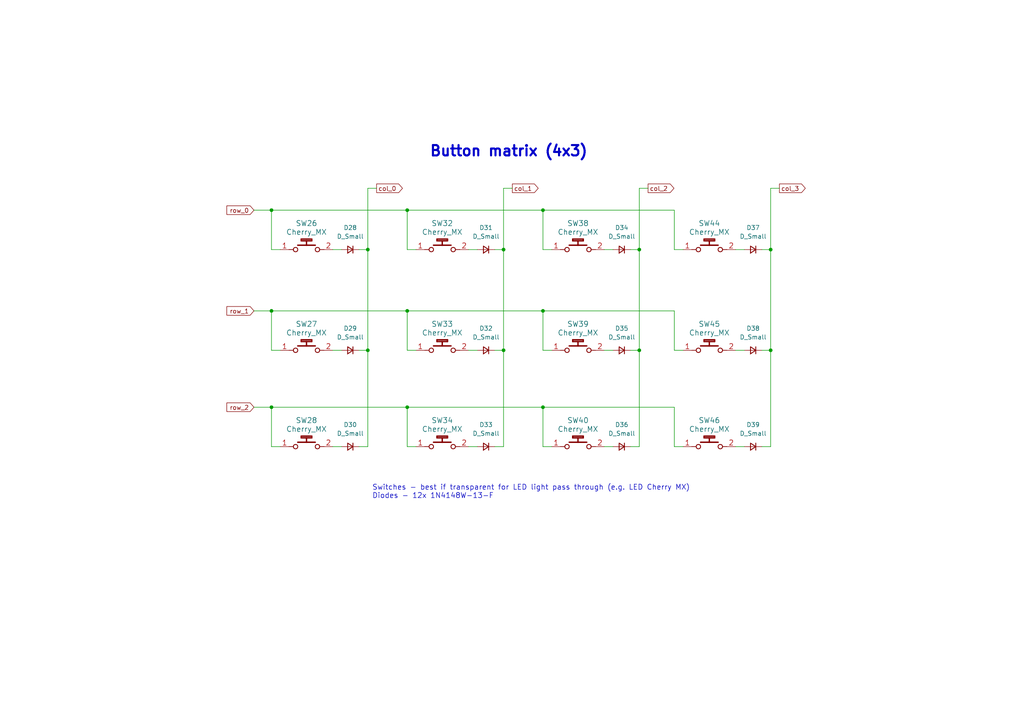
<source format=kicad_sch>
(kicad_sch (version 20230121) (generator eeschema)

  (uuid 1ce510f6-de24-4e97-88e6-3df71e875f88)

  (paper "A4")

  (title_block
    (title "Keypad board")
    (date "2023-11-15")
    (rev "1.1")
  )

  (lib_symbols
    (symbol "Cherry_MX_1" (pin_names (offset -1.905)) (in_bom yes) (on_board yes)
      (property "Reference" "SW33" (at 7.62 7.62 0)
        (effects (font (size 1.524 1.524)))
      )
      (property "Value" "Cherry_MX" (at 7.62 5.08 0)
        (effects (font (size 1.524 1.524)))
      )
      (property "Footprint" "SW_MX1A-E1NW_CHY" (at 7.62 -4.699 0)
        (effects (font (size 1.524 1.524)) hide)
      )
      (property "Datasheet" "" (at 0 0 0)
        (effects (font (size 1.524 1.524)))
      )
      (property "ki_fp_filters" "SW_MX1A-E1NW_CHY" (at 0 0 0)
        (effects (font (size 1.27 1.27)) hide)
      )
      (symbol "Cherry_MX_1_0_0"
        (polyline
          (pts
            (xy 5.08 1.27)
            (xy 7.62 1.27)
          )
          (stroke (width 0.4064) (type default))
          (fill (type none))
        )
        (polyline
          (pts
            (xy 6.096 2.54)
            (xy 6.096 3.048)
          )
          (stroke (width 0.4064) (type default))
          (fill (type none))
        )
        (polyline
          (pts
            (xy 6.096 3.048)
            (xy 9.144 3.048)
          )
          (stroke (width 0.4064) (type default))
          (fill (type none))
        )
        (polyline
          (pts
            (xy 7.62 1.27)
            (xy 7.62 2.54)
          )
          (stroke (width 0.4064) (type default))
          (fill (type none))
        )
        (polyline
          (pts
            (xy 7.62 2.54)
            (xy 6.096 2.54)
          )
          (stroke (width 0.4064) (type default))
          (fill (type none))
        )
        (polyline
          (pts
            (xy 9.144 2.54)
            (xy 7.874 2.54)
          )
          (stroke (width 0.4064) (type default))
          (fill (type none))
        )
        (polyline
          (pts
            (xy 9.144 3.048)
            (xy 9.144 2.54)
          )
          (stroke (width 0.4064) (type default))
          (fill (type none))
        )
        (polyline
          (pts
            (xy 10.16 1.27)
            (xy 7.62 1.27)
          )
          (stroke (width 0.4064) (type default))
          (fill (type none))
        )
      )
      (symbol "Cherry_MX_1_1_1"
        (polyline
          (pts
            (xy 2.54 0)
            (xy 3.81 0)
          )
          (stroke (width 0.2032) (type default))
          (fill (type none))
        )
        (polyline
          (pts
            (xy 12.7 0)
            (xy 11.43 0)
          )
          (stroke (width 0.2032) (type default))
          (fill (type none))
        )
        (circle (center 4.445 0) (radius 0.635)
          (stroke (width 0.254) (type default))
          (fill (type none))
        )
        (circle (center 10.795 0) (radius 0.635)
          (stroke (width 0.254) (type default))
          (fill (type none))
        )
        (pin passive line (at 0 0 0) (length 2.54)
          (name "" (effects (font (size 1.4986 1.4986))))
          (number "1" (effects (font (size 1.4986 1.4986))))
        )
        (pin passive line (at 15.24 0 180) (length 2.54)
          (name "" (effects (font (size 1.4986 1.4986))))
          (number "2" (effects (font (size 1.4986 1.4986))))
        )
      )
    )
    (symbol "Device:D_Small" (pin_numbers hide) (pin_names (offset 0.254) hide) (in_bom yes) (on_board yes)
      (property "Reference" "D" (at -1.27 2.032 0)
        (effects (font (size 1.27 1.27)) (justify left))
      )
      (property "Value" "D_Small" (at -3.81 -2.032 0)
        (effects (font (size 1.27 1.27)) (justify left))
      )
      (property "Footprint" "" (at 0 0 90)
        (effects (font (size 1.27 1.27)) hide)
      )
      (property "Datasheet" "~" (at 0 0 90)
        (effects (font (size 1.27 1.27)) hide)
      )
      (property "Sim.Device" "D" (at 0 0 0)
        (effects (font (size 1.27 1.27)) hide)
      )
      (property "Sim.Pins" "1=K 2=A" (at 0 0 0)
        (effects (font (size 1.27 1.27)) hide)
      )
      (property "ki_keywords" "diode" (at 0 0 0)
        (effects (font (size 1.27 1.27)) hide)
      )
      (property "ki_description" "Diode, small symbol" (at 0 0 0)
        (effects (font (size 1.27 1.27)) hide)
      )
      (property "ki_fp_filters" "TO-???* *_Diode_* *SingleDiode* D_*" (at 0 0 0)
        (effects (font (size 1.27 1.27)) hide)
      )
      (symbol "D_Small_0_1"
        (polyline
          (pts
            (xy -0.762 -1.016)
            (xy -0.762 1.016)
          )
          (stroke (width 0.254) (type default))
          (fill (type none))
        )
        (polyline
          (pts
            (xy -0.762 0)
            (xy 0.762 0)
          )
          (stroke (width 0) (type default))
          (fill (type none))
        )
        (polyline
          (pts
            (xy 0.762 -1.016)
            (xy -0.762 0)
            (xy 0.762 1.016)
            (xy 0.762 -1.016)
          )
          (stroke (width 0.254) (type default))
          (fill (type none))
        )
      )
      (symbol "D_Small_1_1"
        (pin passive line (at -2.54 0 0) (length 1.778)
          (name "K" (effects (font (size 1.27 1.27))))
          (number "1" (effects (font (size 1.27 1.27))))
        )
        (pin passive line (at 2.54 0 180) (length 1.778)
          (name "A" (effects (font (size 1.27 1.27))))
          (number "2" (effects (font (size 1.27 1.27))))
        )
      )
    )
    (symbol "PUT_RocketLab_misc:Cherry_MX" (pin_names (offset -1.905)) (in_bom yes) (on_board yes)
      (property "Reference" "SW" (at 7.62 5.08 0)
        (effects (font (size 1.524 1.524)))
      )
      (property "Value" "Cherry_MX" (at 7.62 -3.175 0)
        (effects (font (size 1.524 1.524)))
      )
      (property "Footprint" "SW_MX1A-E1NW_CHY" (at 7.62 -4.699 0)
        (effects (font (size 1.524 1.524)) hide)
      )
      (property "Datasheet" "" (at 0 0 0)
        (effects (font (size 1.524 1.524)))
      )
      (property "ki_fp_filters" "SW_MX1A-E1NW_CHY" (at 0 0 0)
        (effects (font (size 1.27 1.27)) hide)
      )
      (symbol "Cherry_MX_0_0"
        (polyline
          (pts
            (xy 5.08 1.27)
            (xy 7.62 1.27)
          )
          (stroke (width 0.4064) (type default))
          (fill (type none))
        )
        (polyline
          (pts
            (xy 6.096 2.54)
            (xy 6.096 3.048)
          )
          (stroke (width 0.4064) (type default))
          (fill (type none))
        )
        (polyline
          (pts
            (xy 6.096 3.048)
            (xy 9.144 3.048)
          )
          (stroke (width 0.4064) (type default))
          (fill (type none))
        )
        (polyline
          (pts
            (xy 7.62 1.27)
            (xy 7.62 2.54)
          )
          (stroke (width 0.4064) (type default))
          (fill (type none))
        )
        (polyline
          (pts
            (xy 7.62 2.54)
            (xy 6.096 2.54)
          )
          (stroke (width 0.4064) (type default))
          (fill (type none))
        )
        (polyline
          (pts
            (xy 9.144 2.54)
            (xy 7.874 2.54)
          )
          (stroke (width 0.4064) (type default))
          (fill (type none))
        )
        (polyline
          (pts
            (xy 9.144 3.048)
            (xy 9.144 2.54)
          )
          (stroke (width 0.4064) (type default))
          (fill (type none))
        )
        (polyline
          (pts
            (xy 10.16 1.27)
            (xy 7.62 1.27)
          )
          (stroke (width 0.4064) (type default))
          (fill (type none))
        )
      )
      (symbol "Cherry_MX_1_1"
        (polyline
          (pts
            (xy 2.54 0)
            (xy 3.81 0)
          )
          (stroke (width 0.2032) (type default))
          (fill (type none))
        )
        (polyline
          (pts
            (xy 12.7 0)
            (xy 11.43 0)
          )
          (stroke (width 0.2032) (type default))
          (fill (type none))
        )
        (circle (center 4.445 0) (radius 0.635)
          (stroke (width 0.254) (type default))
          (fill (type none))
        )
        (circle (center 10.795 0) (radius 0.635)
          (stroke (width 0.254) (type default))
          (fill (type none))
        )
        (pin unspecified line (at 0 0 0) (length 2.54)
          (name "" (effects (font (size 1.4986 1.4986))))
          (number "1" (effects (font (size 1.4986 1.4986))))
        )
        (pin unspecified line (at 15.24 0 180) (length 2.54)
          (name "" (effects (font (size 1.4986 1.4986))))
          (number "2" (effects (font (size 1.4986 1.4986))))
        )
      )
    )
  )

  (junction (at 78.74 118.11) (diameter 0) (color 0 0 0 0)
    (uuid 17eff1ea-cfcc-4da3-b3c2-72f67873d4f8)
  )
  (junction (at 106.68 72.39) (diameter 0) (color 0 0 0 0)
    (uuid 2686f879-5e95-4f4b-af7c-7eeb6851abcf)
  )
  (junction (at 118.11 90.17) (diameter 0) (color 0 0 0 0)
    (uuid 2f255583-1e8a-4e22-915a-fe3e32d7c58b)
  )
  (junction (at 157.48 118.11) (diameter 0) (color 0 0 0 0)
    (uuid 581d3333-1433-4a2d-9e7b-9d9de5f64c0b)
  )
  (junction (at 223.52 72.39) (diameter 0) (color 0 0 0 0)
    (uuid 62711de8-4bff-4d61-a000-c0de149c6ca6)
  )
  (junction (at 118.11 118.11) (diameter 0) (color 0 0 0 0)
    (uuid 85eaca90-f338-4025-b954-4b68b18513f7)
  )
  (junction (at 157.48 90.17) (diameter 0) (color 0 0 0 0)
    (uuid 9f95a8fe-427f-44b6-a0c7-48cd66640ded)
  )
  (junction (at 106.68 101.6) (diameter 0) (color 0 0 0 0)
    (uuid a13668bc-515f-4686-bd95-b480f8196294)
  )
  (junction (at 223.52 101.6) (diameter 0) (color 0 0 0 0)
    (uuid aae5f35d-849b-4938-b7da-aedd94c75a19)
  )
  (junction (at 78.74 90.17) (diameter 0) (color 0 0 0 0)
    (uuid ae32a6f1-f37c-49b2-9fa9-48225a150731)
  )
  (junction (at 146.05 72.39) (diameter 0) (color 0 0 0 0)
    (uuid ae86b218-a211-4f71-bd10-d9698c25892e)
  )
  (junction (at 185.42 101.6) (diameter 0) (color 0 0 0 0)
    (uuid b3c1d684-4ad7-4709-97fb-d48691263f59)
  )
  (junction (at 185.42 72.39) (diameter 0) (color 0 0 0 0)
    (uuid cd1ae4c0-dae5-48d6-abaa-6bbb325fff4c)
  )
  (junction (at 146.05 101.6) (diameter 0) (color 0 0 0 0)
    (uuid d56d716c-ebcb-4f6e-8117-212613e01930)
  )
  (junction (at 78.74 60.96) (diameter 0) (color 0 0 0 0)
    (uuid e0a503f7-c8e1-44a5-ba9b-edb42add35b2)
  )
  (junction (at 118.11 60.96) (diameter 0) (color 0 0 0 0)
    (uuid fd84aba8-6267-460a-8ba6-6febb292628d)
  )
  (junction (at 157.48 60.96) (diameter 0) (color 0 0 0 0)
    (uuid fe7f9b2e-efd7-497b-a427-de82ef11ed81)
  )

  (wire (pts (xy 146.05 101.6) (xy 146.05 129.54))
    (stroke (width 0) (type default))
    (uuid 0235f280-350d-4363-9a41-215fc9bcc260)
  )
  (wire (pts (xy 198.12 72.39) (xy 195.58 72.39))
    (stroke (width 0) (type default))
    (uuid 06823eb4-841b-409c-8344-8d2bed9efb4a)
  )
  (wire (pts (xy 175.26 101.6) (xy 177.8 101.6))
    (stroke (width 0) (type default))
    (uuid 08d38d26-5c6b-4631-abf3-3aaf5993ac30)
  )
  (wire (pts (xy 157.48 72.39) (xy 157.48 60.96))
    (stroke (width 0) (type default))
    (uuid 0caf6434-6eaa-468d-b70c-9c72401555ae)
  )
  (wire (pts (xy 195.58 129.54) (xy 195.58 118.11))
    (stroke (width 0) (type default))
    (uuid 0d2a503f-a18e-447c-86ce-be29307277be)
  )
  (wire (pts (xy 160.02 101.6) (xy 157.48 101.6))
    (stroke (width 0) (type default))
    (uuid 14b979b2-3b23-4d31-97f0-4c898305d77c)
  )
  (wire (pts (xy 175.26 129.54) (xy 177.8 129.54))
    (stroke (width 0) (type default))
    (uuid 199acb95-43f6-47da-8d6e-3bcdd1ae79c1)
  )
  (wire (pts (xy 157.48 118.11) (xy 195.58 118.11))
    (stroke (width 0) (type default))
    (uuid 1a5a3cc9-6f8c-4f98-9cc6-da10328cae09)
  )
  (wire (pts (xy 118.11 60.96) (xy 157.48 60.96))
    (stroke (width 0) (type default))
    (uuid 1cc3488d-9b44-45c2-96b8-8bd5873111e9)
  )
  (wire (pts (xy 185.42 72.39) (xy 182.88 72.39))
    (stroke (width 0) (type default))
    (uuid 1df41e81-84f6-4be4-bedc-9261e603af61)
  )
  (wire (pts (xy 78.74 129.54) (xy 81.28 129.54))
    (stroke (width 0) (type default))
    (uuid 24edeca0-afd2-4cf8-b7e1-0e534c973c55)
  )
  (wire (pts (xy 96.52 72.39) (xy 99.06 72.39))
    (stroke (width 0) (type default))
    (uuid 26296f0a-817c-4dbf-8ff9-5c96a174d2b1)
  )
  (wire (pts (xy 187.96 54.61) (xy 185.42 54.61))
    (stroke (width 0) (type default))
    (uuid 3059fca2-4cf0-4baa-81f1-bf205308062e)
  )
  (wire (pts (xy 118.11 101.6) (xy 118.11 90.17))
    (stroke (width 0) (type default))
    (uuid 3465dd04-b8fc-44be-aeb6-75f23edd210b)
  )
  (wire (pts (xy 78.74 72.39) (xy 81.28 72.39))
    (stroke (width 0) (type default))
    (uuid 34de21c7-fae6-42f1-a8a2-eb8373ce8c43)
  )
  (wire (pts (xy 185.42 101.6) (xy 182.88 101.6))
    (stroke (width 0) (type default))
    (uuid 3662bdb1-b062-4198-bd78-ab3641e2dbcd)
  )
  (wire (pts (xy 223.52 54.61) (xy 223.52 72.39))
    (stroke (width 0) (type default))
    (uuid 37350ce1-fdda-46fd-ab56-d0d595217d6e)
  )
  (wire (pts (xy 78.74 101.6) (xy 81.28 101.6))
    (stroke (width 0) (type default))
    (uuid 383bee7f-8354-4455-bd3c-a40fd7e4afa3)
  )
  (wire (pts (xy 120.65 72.39) (xy 118.11 72.39))
    (stroke (width 0) (type default))
    (uuid 3d04344d-a1d9-4386-bfc2-a729a7c59654)
  )
  (wire (pts (xy 146.05 72.39) (xy 146.05 101.6))
    (stroke (width 0) (type default))
    (uuid 4083d272-d171-4136-b181-7f2cab03ab55)
  )
  (wire (pts (xy 96.52 129.54) (xy 99.06 129.54))
    (stroke (width 0) (type default))
    (uuid 46a04656-6450-4eb8-af1e-6145f21bf342)
  )
  (wire (pts (xy 96.52 101.6) (xy 99.06 101.6))
    (stroke (width 0) (type default))
    (uuid 4722539b-8357-4ed7-adc1-064f823b28e6)
  )
  (wire (pts (xy 146.05 101.6) (xy 143.51 101.6))
    (stroke (width 0) (type default))
    (uuid 4fd9c88b-0703-4092-a588-33dd12fc05ff)
  )
  (wire (pts (xy 157.48 129.54) (xy 157.48 118.11))
    (stroke (width 0) (type default))
    (uuid 53c2c273-374e-455d-ae56-f3d93c0a37d6)
  )
  (wire (pts (xy 160.02 72.39) (xy 157.48 72.39))
    (stroke (width 0) (type default))
    (uuid 555c120d-f057-4c7d-bd11-0ce8c214a864)
  )
  (wire (pts (xy 106.68 101.6) (xy 104.14 101.6))
    (stroke (width 0) (type default))
    (uuid 560864af-b467-41e5-baa4-d826709ce00d)
  )
  (wire (pts (xy 78.74 118.11) (xy 78.74 129.54))
    (stroke (width 0) (type default))
    (uuid 562d07ad-5860-41ff-b74f-729c6b127d61)
  )
  (wire (pts (xy 73.66 90.17) (xy 78.74 90.17))
    (stroke (width 0) (type default))
    (uuid 59c69fb7-ad02-4804-931e-4d1339f9ab7f)
  )
  (wire (pts (xy 109.22 54.61) (xy 106.68 54.61))
    (stroke (width 0) (type default))
    (uuid 5e6cfdb2-3618-4a88-a82d-bf426cc06cbd)
  )
  (wire (pts (xy 120.65 101.6) (xy 118.11 101.6))
    (stroke (width 0) (type default))
    (uuid 6199c08d-3f17-4507-81d1-ee4f4e276f8a)
  )
  (wire (pts (xy 78.74 90.17) (xy 118.11 90.17))
    (stroke (width 0) (type default))
    (uuid 68c7e728-3313-4689-b6aa-c07bac46b6a1)
  )
  (wire (pts (xy 223.52 101.6) (xy 223.52 129.54))
    (stroke (width 0) (type default))
    (uuid 69de85f5-1ca0-4f7d-875a-8b189bb016fa)
  )
  (wire (pts (xy 120.65 129.54) (xy 118.11 129.54))
    (stroke (width 0) (type default))
    (uuid 6b740557-969d-4d6c-b3d5-e3b93a5cfea2)
  )
  (wire (pts (xy 135.89 72.39) (xy 138.43 72.39))
    (stroke (width 0) (type default))
    (uuid 7e381b43-7267-474b-9f8c-c7f8620bd64a)
  )
  (wire (pts (xy 226.06 54.61) (xy 223.52 54.61))
    (stroke (width 0) (type default))
    (uuid 7ec07f5b-db7a-4a79-93f9-d1c5e582ce0e)
  )
  (wire (pts (xy 146.05 129.54) (xy 143.51 129.54))
    (stroke (width 0) (type default))
    (uuid 83d7fd2f-5272-4911-b4a8-e71ab7405546)
  )
  (wire (pts (xy 223.52 72.39) (xy 223.52 101.6))
    (stroke (width 0) (type default))
    (uuid 84bec2a2-d56f-4824-8138-edd17c8dcde7)
  )
  (wire (pts (xy 73.66 60.96) (xy 78.74 60.96))
    (stroke (width 0) (type default))
    (uuid 884bf5a0-b365-436a-adf3-35eb5e58a978)
  )
  (wire (pts (xy 223.52 72.39) (xy 220.98 72.39))
    (stroke (width 0) (type default))
    (uuid 89570836-f6c8-4709-a84c-931b132e2a98)
  )
  (wire (pts (xy 118.11 118.11) (xy 157.48 118.11))
    (stroke (width 0) (type default))
    (uuid 91be2f89-81f0-490e-87c7-8caabf539a7b)
  )
  (wire (pts (xy 106.68 72.39) (xy 106.68 101.6))
    (stroke (width 0) (type default))
    (uuid 9a25f3b9-2c92-4df9-b0e0-7c634c3a4e9c)
  )
  (wire (pts (xy 157.48 90.17) (xy 195.58 90.17))
    (stroke (width 0) (type default))
    (uuid 9f09e0b8-9211-49ac-a835-b2e8e65f94b6)
  )
  (wire (pts (xy 146.05 72.39) (xy 143.51 72.39))
    (stroke (width 0) (type default))
    (uuid 9f551b29-0ce1-4818-a5f0-459ef7601558)
  )
  (wire (pts (xy 146.05 54.61) (xy 146.05 72.39))
    (stroke (width 0) (type default))
    (uuid a2e3ad1c-ac42-49af-b408-b4a7da31de04)
  )
  (wire (pts (xy 106.68 129.54) (xy 104.14 129.54))
    (stroke (width 0) (type default))
    (uuid a3fcd381-30fb-4bb8-9a99-849f64cca39f)
  )
  (wire (pts (xy 135.89 101.6) (xy 138.43 101.6))
    (stroke (width 0) (type default))
    (uuid a9db9ba2-cc35-4419-aa62-fd5c5a474c4a)
  )
  (wire (pts (xy 195.58 72.39) (xy 195.58 60.96))
    (stroke (width 0) (type default))
    (uuid aa255818-5cbc-4d11-89ca-a3add055cc68)
  )
  (wire (pts (xy 78.74 60.96) (xy 118.11 60.96))
    (stroke (width 0) (type default))
    (uuid ab8e872c-579b-4f14-b468-8df830a8c67f)
  )
  (wire (pts (xy 185.42 129.54) (xy 182.88 129.54))
    (stroke (width 0) (type default))
    (uuid b48a9f40-c545-4cb2-b431-ba5b753b04a3)
  )
  (wire (pts (xy 157.48 60.96) (xy 195.58 60.96))
    (stroke (width 0) (type default))
    (uuid b556aa7d-aa2c-40d8-86bd-c26fe2c749e9)
  )
  (wire (pts (xy 148.59 54.61) (xy 146.05 54.61))
    (stroke (width 0) (type default))
    (uuid b8fc75f5-b9b6-4e24-b98d-e9aa115614f8)
  )
  (wire (pts (xy 118.11 129.54) (xy 118.11 118.11))
    (stroke (width 0) (type default))
    (uuid b99423ff-1374-4868-b539-032cc51ddee6)
  )
  (wire (pts (xy 185.42 101.6) (xy 185.42 129.54))
    (stroke (width 0) (type default))
    (uuid b9ccc5f2-a444-4d68-99af-2b2be167c0f1)
  )
  (wire (pts (xy 78.74 60.96) (xy 78.74 72.39))
    (stroke (width 0) (type default))
    (uuid be2c8e00-0c08-42af-9132-7aa788377a2d)
  )
  (wire (pts (xy 135.89 129.54) (xy 138.43 129.54))
    (stroke (width 0) (type default))
    (uuid bea56a0b-21b9-4b5a-be8f-e1c7e5abb62a)
  )
  (wire (pts (xy 78.74 90.17) (xy 78.74 101.6))
    (stroke (width 0) (type default))
    (uuid c1502f3f-f74b-48fb-81d8-682746a765ea)
  )
  (wire (pts (xy 106.68 72.39) (xy 104.14 72.39))
    (stroke (width 0) (type default))
    (uuid c2ca877a-71c4-47fc-bbb0-099bd136ec88)
  )
  (wire (pts (xy 198.12 129.54) (xy 195.58 129.54))
    (stroke (width 0) (type default))
    (uuid c8595513-b894-4795-9a19-6ce815bd4ea3)
  )
  (wire (pts (xy 78.74 118.11) (xy 118.11 118.11))
    (stroke (width 0) (type default))
    (uuid d070f58c-cd63-42d0-8d63-ab92714f6a7a)
  )
  (wire (pts (xy 160.02 129.54) (xy 157.48 129.54))
    (stroke (width 0) (type default))
    (uuid d5f850ef-5718-4aad-b670-eeb7783f80eb)
  )
  (wire (pts (xy 223.52 129.54) (xy 220.98 129.54))
    (stroke (width 0) (type default))
    (uuid da7c578e-a763-453f-b092-ab674fd761db)
  )
  (wire (pts (xy 157.48 101.6) (xy 157.48 90.17))
    (stroke (width 0) (type default))
    (uuid dcb78ba4-a4ec-4a44-8bcf-c5fc53b6e575)
  )
  (wire (pts (xy 198.12 101.6) (xy 195.58 101.6))
    (stroke (width 0) (type default))
    (uuid df3ebbca-b7f6-48e8-b492-3ea450d40777)
  )
  (wire (pts (xy 213.36 101.6) (xy 215.9 101.6))
    (stroke (width 0) (type default))
    (uuid e028a020-d606-422e-8ffe-441841cef001)
  )
  (wire (pts (xy 213.36 72.39) (xy 215.9 72.39))
    (stroke (width 0) (type default))
    (uuid e3fb3dac-c3d8-42e7-8475-23195d31de70)
  )
  (wire (pts (xy 106.68 54.61) (xy 106.68 72.39))
    (stroke (width 0) (type default))
    (uuid e58d3391-9491-4e16-90e2-8897ee00d7d9)
  )
  (wire (pts (xy 195.58 101.6) (xy 195.58 90.17))
    (stroke (width 0) (type default))
    (uuid e90bb052-d8d3-4b2c-a426-2934369d1072)
  )
  (wire (pts (xy 185.42 72.39) (xy 185.42 101.6))
    (stroke (width 0) (type default))
    (uuid e9ff86e1-9478-4611-b8cb-3a9cdd84131e)
  )
  (wire (pts (xy 118.11 72.39) (xy 118.11 60.96))
    (stroke (width 0) (type default))
    (uuid ed5f2d03-37c9-4e1a-bd0c-09f75bd4d134)
  )
  (wire (pts (xy 106.68 101.6) (xy 106.68 129.54))
    (stroke (width 0) (type default))
    (uuid eec77fd5-6f51-44a1-8485-6e0b45abd55a)
  )
  (wire (pts (xy 175.26 72.39) (xy 177.8 72.39))
    (stroke (width 0) (type default))
    (uuid f1d1108b-ad37-4031-aeda-d8c98ea6e5b4)
  )
  (wire (pts (xy 118.11 90.17) (xy 157.48 90.17))
    (stroke (width 0) (type default))
    (uuid f3b91208-014a-4688-adbc-45739c33ae1a)
  )
  (wire (pts (xy 185.42 54.61) (xy 185.42 72.39))
    (stroke (width 0) (type default))
    (uuid f51d94a5-07ad-4b7d-b3ad-74a8ffe67da5)
  )
  (wire (pts (xy 213.36 129.54) (xy 215.9 129.54))
    (stroke (width 0) (type default))
    (uuid fb32bef9-0e1b-4b59-b5a7-2c030a559560)
  )
  (wire (pts (xy 223.52 101.6) (xy 220.98 101.6))
    (stroke (width 0) (type default))
    (uuid fb59f566-077e-4e15-ad87-26a242e245f4)
  )
  (wire (pts (xy 73.66 118.11) (xy 78.74 118.11))
    (stroke (width 0) (type default))
    (uuid fc6c4115-67a6-4dca-8312-e6df68f10efb)
  )

  (text "Switches - best if transparent for LED light pass through (e.g. LED Cherry MX)\nDiodes - 12x 1N4148W-13-F"
    (at 107.95 144.78 0)
    (effects (font (size 1.5 1.5)) (justify left bottom))
    (uuid 3959cb97-05e4-4ced-844b-c85e7a05c815)
  )
  (text "Button matrix (4x3)" (at 124.46 45.72 0)
    (effects (font (size 3 3) (thickness 0.6) bold) (justify left bottom))
    (uuid 5a8b8351-a37f-48b8-8eef-9073f2d021dc)
  )

  (global_label "row_2" (shape input) (at 73.66 118.11 180) (fields_autoplaced)
    (effects (font (size 1.27 1.27)) (justify right))
    (uuid 2ec8009d-eef5-4b40-ba9b-8cce32164a04)
    (property "Intersheetrefs" "${INTERSHEET_REFS}" (at 65.232 118.11 0)
      (effects (font (size 1.27 1.27)) (justify right) hide)
    )
  )
  (global_label "col_3" (shape output) (at 226.06 54.61 0) (fields_autoplaced)
    (effects (font (size 1.27 1.27)) (justify left))
    (uuid 46b7533d-45af-489a-91b9-7c5dad77d00a)
    (property "Intersheetrefs" "${INTERSHEET_REFS}" (at 234.1251 54.61 0)
      (effects (font (size 1.27 1.27)) (justify left) hide)
    )
  )
  (global_label "col_2" (shape output) (at 187.96 54.61 0) (fields_autoplaced)
    (effects (font (size 1.27 1.27)) (justify left))
    (uuid 7871c9f1-28de-49c5-955a-c909f1a53d9e)
    (property "Intersheetrefs" "${INTERSHEET_REFS}" (at 196.0251 54.61 0)
      (effects (font (size 1.27 1.27)) (justify left) hide)
    )
  )
  (global_label "row_1" (shape input) (at 73.66 90.17 180) (fields_autoplaced)
    (effects (font (size 1.27 1.27)) (justify right))
    (uuid 79951818-20b9-4d0d-882f-0709847fe4ab)
    (property "Intersheetrefs" "${INTERSHEET_REFS}" (at 65.232 90.17 0)
      (effects (font (size 1.27 1.27)) (justify right) hide)
    )
  )
  (global_label "row_0" (shape input) (at 73.66 60.96 180) (fields_autoplaced)
    (effects (font (size 1.27 1.27)) (justify right))
    (uuid 994df370-39f5-4970-b61d-ebd77fa7866b)
    (property "Intersheetrefs" "${INTERSHEET_REFS}" (at 65.232 60.96 0)
      (effects (font (size 1.27 1.27)) (justify right) hide)
    )
  )
  (global_label "col_1" (shape output) (at 148.59 54.61 0) (fields_autoplaced)
    (effects (font (size 1.27 1.27)) (justify left))
    (uuid a08eafb9-7a94-4ab3-a4ca-60c925af588f)
    (property "Intersheetrefs" "${INTERSHEET_REFS}" (at 156.6551 54.61 0)
      (effects (font (size 1.27 1.27)) (justify left) hide)
    )
  )
  (global_label "col_0" (shape output) (at 109.22 54.61 0) (fields_autoplaced)
    (effects (font (size 1.27 1.27)) (justify left))
    (uuid bbddc8af-3df3-4d22-b7de-81069bd95abd)
    (property "Intersheetrefs" "${INTERSHEET_REFS}" (at 117.2851 54.61 0)
      (effects (font (size 1.27 1.27)) (justify left) hide)
    )
  )

  (symbol (lib_id "PUT_RocketLab_misc:Cherry_MX") (at 81.28 101.6 0) (unit 1)
    (in_bom yes) (on_board yes) (dnp no) (fields_autoplaced)
    (uuid 07eaa748-8914-4968-9911-2afc9f541748)
    (property "Reference" "SW27" (at 88.9 93.98 0)
      (effects (font (size 1.524 1.524)))
    )
    (property "Value" "Cherry_MX" (at 88.9 96.52 0)
      (effects (font (size 1.524 1.524)))
    )
    (property "Footprint" "PUT_RocketLab_other:MX1A-E1NW cherry mx blue rgb" (at 88.9 106.299 0)
      (effects (font (size 1.524 1.524)) hide)
    )
    (property "Datasheet" "" (at 81.28 101.6 0)
      (effects (font (size 1.524 1.524)))
    )
    (pin "1" (uuid a070f0bb-3d08-48e9-82cd-11b48a420f5a))
    (pin "2" (uuid 0229ad52-260a-4eb3-afe6-ffd9370d9914))
    (instances
      (project "keypad"
        (path "/26078c39-1d91-4154-8719-da74cb453e74/3159a0fd-9cfb-4836-b001-4197fb47d6b2/a6be9bb2-6f93-49a5-a958-4460bdcafc61"
          (reference "SW27") (unit 1)
        )
      )
    )
  )

  (symbol (lib_id "PUT_RocketLab_misc:Cherry_MX") (at 198.12 101.6 0) (unit 1)
    (in_bom yes) (on_board yes) (dnp no) (fields_autoplaced)
    (uuid 0dd132ef-06e5-4a8f-97ab-173f455eef8b)
    (property "Reference" "SW45" (at 205.74 93.98 0)
      (effects (font (size 1.524 1.524)))
    )
    (property "Value" "Cherry_MX" (at 205.74 96.52 0)
      (effects (font (size 1.524 1.524)))
    )
    (property "Footprint" "PUT_RocketLab_other:MX1A-E1NW cherry mx blue rgb" (at 205.74 106.299 0)
      (effects (font (size 1.524 1.524)) hide)
    )
    (property "Datasheet" "" (at 198.12 101.6 0)
      (effects (font (size 1.524 1.524)))
    )
    (pin "1" (uuid b5508fad-f059-4585-9369-b83eb0d75f32))
    (pin "2" (uuid 6d33cf34-932f-49b3-9044-97b14ea79631))
    (instances
      (project "keypad"
        (path "/26078c39-1d91-4154-8719-da74cb453e74/3159a0fd-9cfb-4836-b001-4197fb47d6b2/a6be9bb2-6f93-49a5-a958-4460bdcafc61"
          (reference "SW45") (unit 1)
        )
      )
    )
  )

  (symbol (lib_id "Device:D_Small") (at 140.97 129.54 0) (mirror y) (unit 1)
    (in_bom yes) (on_board yes) (dnp no) (fields_autoplaced)
    (uuid 0ee2896e-10c2-4a80-afd9-416402b25d3a)
    (property "Reference" "D33" (at 140.97 123.19 0)
      (effects (font (size 1.27 1.27)))
    )
    (property "Value" "D_Small" (at 140.97 125.73 0)
      (effects (font (size 1.27 1.27)))
    )
    (property "Footprint" "Diode_SMD:D_SOD-323_HandSoldering" (at 140.97 129.54 90)
      (effects (font (size 1.27 1.27)) hide)
    )
    (property "Datasheet" "https://www.diodes.com/assets/Datasheets/BAV16W_1N4148W.pdf" (at 140.97 129.54 90)
      (effects (font (size 1.27 1.27)) hide)
    )
    (property "Sim.Device" "D" (at 140.97 129.54 0)
      (effects (font (size 1.27 1.27)) hide)
    )
    (property "Sim.Pins" "1=K 2=A" (at 140.97 129.54 0)
      (effects (font (size 1.27 1.27)) hide)
    )
    (pin "1" (uuid 543dd69b-c605-4461-a242-94eb963e8273))
    (pin "2" (uuid 58beb366-cefa-4e0a-a8e4-ee244e4981c8))
    (instances
      (project "keypad"
        (path "/26078c39-1d91-4154-8719-da74cb453e74/3159a0fd-9cfb-4836-b001-4197fb47d6b2/a6be9bb2-6f93-49a5-a958-4460bdcafc61"
          (reference "D33") (unit 1)
        )
      )
    )
  )

  (symbol (lib_id "PUT_RocketLab_misc:Cherry_MX") (at 81.28 129.54 0) (unit 1)
    (in_bom yes) (on_board yes) (dnp no) (fields_autoplaced)
    (uuid 1832986e-3d30-445c-8bdb-27bc98936644)
    (property "Reference" "SW28" (at 88.9 121.92 0)
      (effects (font (size 1.524 1.524)))
    )
    (property "Value" "Cherry_MX" (at 88.9 124.46 0)
      (effects (font (size 1.524 1.524)))
    )
    (property "Footprint" "PUT_RocketLab_other:MX1A-E1NW cherry mx blue rgb" (at 88.9 134.239 0)
      (effects (font (size 1.524 1.524)) hide)
    )
    (property "Datasheet" "" (at 81.28 129.54 0)
      (effects (font (size 1.524 1.524)))
    )
    (pin "1" (uuid ca5fb960-18be-4a42-b131-629f7dba15c2))
    (pin "2" (uuid 7515e06c-396c-4be0-8d84-778e38ae0844))
    (instances
      (project "keypad"
        (path "/26078c39-1d91-4154-8719-da74cb453e74/3159a0fd-9cfb-4836-b001-4197fb47d6b2/a6be9bb2-6f93-49a5-a958-4460bdcafc61"
          (reference "SW28") (unit 1)
        )
      )
    )
  )

  (symbol (lib_id "Device:D_Small") (at 180.34 129.54 0) (mirror y) (unit 1)
    (in_bom yes) (on_board yes) (dnp no) (fields_autoplaced)
    (uuid 1db77308-15ab-4c65-8aa2-d42ad42aaa1a)
    (property "Reference" "D36" (at 180.34 123.19 0)
      (effects (font (size 1.27 1.27)))
    )
    (property "Value" "D_Small" (at 180.34 125.73 0)
      (effects (font (size 1.27 1.27)))
    )
    (property "Footprint" "Diode_SMD:D_SOD-323_HandSoldering" (at 180.34 129.54 90)
      (effects (font (size 1.27 1.27)) hide)
    )
    (property "Datasheet" "https://www.diodes.com/assets/Datasheets/BAV16W_1N4148W.pdf" (at 180.34 129.54 90)
      (effects (font (size 1.27 1.27)) hide)
    )
    (property "Sim.Device" "D" (at 180.34 129.54 0)
      (effects (font (size 1.27 1.27)) hide)
    )
    (property "Sim.Pins" "1=K 2=A" (at 180.34 129.54 0)
      (effects (font (size 1.27 1.27)) hide)
    )
    (pin "1" (uuid 426afdee-2f36-4854-b1c6-b92d4b028fd2))
    (pin "2" (uuid 06f2e194-b36b-457c-ac44-615fd0c10d97))
    (instances
      (project "keypad"
        (path "/26078c39-1d91-4154-8719-da74cb453e74/3159a0fd-9cfb-4836-b001-4197fb47d6b2/a6be9bb2-6f93-49a5-a958-4460bdcafc61"
          (reference "D36") (unit 1)
        )
      )
    )
  )

  (symbol (lib_id "PUT_RocketLab_misc:Cherry_MX") (at 160.02 72.39 0) (unit 1)
    (in_bom yes) (on_board yes) (dnp no) (fields_autoplaced)
    (uuid 261858ca-0c1f-47a8-b08e-673733d0a38f)
    (property "Reference" "SW38" (at 167.64 64.77 0)
      (effects (font (size 1.524 1.524)))
    )
    (property "Value" "Cherry_MX" (at 167.64 67.31 0)
      (effects (font (size 1.524 1.524)))
    )
    (property "Footprint" "PUT_RocketLab_other:MX1A-E1NW cherry mx blue rgb" (at 167.64 77.089 0)
      (effects (font (size 1.524 1.524)) hide)
    )
    (property "Datasheet" "" (at 160.02 72.39 0)
      (effects (font (size 1.524 1.524)))
    )
    (pin "1" (uuid 19f7fa47-5143-45ce-a063-69e5fd213ad3))
    (pin "2" (uuid b40b2774-6de4-4713-9d48-3be7da75a558))
    (instances
      (project "keypad"
        (path "/26078c39-1d91-4154-8719-da74cb453e74/3159a0fd-9cfb-4836-b001-4197fb47d6b2/a6be9bb2-6f93-49a5-a958-4460bdcafc61"
          (reference "SW38") (unit 1)
        )
      )
    )
  )

  (symbol (lib_id "PUT_RocketLab_misc:Cherry_MX") (at 198.12 129.54 0) (unit 1)
    (in_bom yes) (on_board yes) (dnp no) (fields_autoplaced)
    (uuid 373f65c3-0063-4d20-ace1-09e1452663ce)
    (property "Reference" "SW46" (at 205.74 121.92 0)
      (effects (font (size 1.524 1.524)))
    )
    (property "Value" "Cherry_MX" (at 205.74 124.46 0)
      (effects (font (size 1.524 1.524)))
    )
    (property "Footprint" "PUT_RocketLab_other:MX1A-E1NW cherry mx blue rgb" (at 205.74 134.239 0)
      (effects (font (size 1.524 1.524)) hide)
    )
    (property "Datasheet" "" (at 198.12 129.54 0)
      (effects (font (size 1.524 1.524)))
    )
    (pin "1" (uuid 357e37a1-a900-4bfc-8e73-c0429d40c980))
    (pin "2" (uuid ec774f10-b260-4ee3-aa19-e870cffcec2d))
    (instances
      (project "keypad"
        (path "/26078c39-1d91-4154-8719-da74cb453e74/3159a0fd-9cfb-4836-b001-4197fb47d6b2/a6be9bb2-6f93-49a5-a958-4460bdcafc61"
          (reference "SW46") (unit 1)
        )
      )
    )
  )

  (symbol (lib_id "Device:D_Small") (at 218.44 129.54 0) (mirror y) (unit 1)
    (in_bom yes) (on_board yes) (dnp no) (fields_autoplaced)
    (uuid 3da089cc-5805-47bd-b967-9e85db825737)
    (property "Reference" "D39" (at 218.44 123.19 0)
      (effects (font (size 1.27 1.27)))
    )
    (property "Value" "D_Small" (at 218.44 125.73 0)
      (effects (font (size 1.27 1.27)))
    )
    (property "Footprint" "Diode_SMD:D_SOD-323_HandSoldering" (at 218.44 129.54 90)
      (effects (font (size 1.27 1.27)) hide)
    )
    (property "Datasheet" "https://www.diodes.com/assets/Datasheets/BAV16W_1N4148W.pdf" (at 218.44 129.54 90)
      (effects (font (size 1.27 1.27)) hide)
    )
    (property "Sim.Device" "D" (at 218.44 129.54 0)
      (effects (font (size 1.27 1.27)) hide)
    )
    (property "Sim.Pins" "1=K 2=A" (at 218.44 129.54 0)
      (effects (font (size 1.27 1.27)) hide)
    )
    (pin "1" (uuid feaf6868-a7c9-499d-917c-558c03f432d4))
    (pin "2" (uuid ed6095c2-6715-48a3-bb53-be0288e22910))
    (instances
      (project "keypad"
        (path "/26078c39-1d91-4154-8719-da74cb453e74/3159a0fd-9cfb-4836-b001-4197fb47d6b2/a6be9bb2-6f93-49a5-a958-4460bdcafc61"
          (reference "D39") (unit 1)
        )
      )
    )
  )

  (symbol (lib_name "Cherry_MX_1") (lib_id "PUT_RocketLab_misc:Cherry_MX") (at 120.65 101.6 0) (unit 1)
    (in_bom yes) (on_board yes) (dnp no) (fields_autoplaced)
    (uuid 56123a86-0143-4d18-8a99-6014344341cf)
    (property "Reference" "SW33" (at 128.27 93.98 0)
      (effects (font (size 1.524 1.524)))
    )
    (property "Value" "Cherry_MX" (at 128.27 96.52 0)
      (effects (font (size 1.524 1.524)))
    )
    (property "Footprint" "PUT_RocketLab_other:MX1A-E1NW cherry mx blue rgb" (at 128.27 106.299 0)
      (effects (font (size 1.524 1.524)) hide)
    )
    (property "Datasheet" "" (at 120.65 101.6 0)
      (effects (font (size 1.524 1.524)))
    )
    (pin "1" (uuid 512f5790-c0dd-4643-a7b3-2d27ed7cf865))
    (pin "2" (uuid 105e678a-e7bf-43ec-8dd6-3b88c2c48502))
    (instances
      (project "keypad"
        (path "/26078c39-1d91-4154-8719-da74cb453e74/3159a0fd-9cfb-4836-b001-4197fb47d6b2/a6be9bb2-6f93-49a5-a958-4460bdcafc61"
          (reference "SW33") (unit 1)
        )
      )
    )
  )

  (symbol (lib_id "Device:D_Small") (at 140.97 101.6 0) (mirror y) (unit 1)
    (in_bom yes) (on_board yes) (dnp no) (fields_autoplaced)
    (uuid 5864354e-5661-4e3c-b71e-32b6914b1684)
    (property "Reference" "D32" (at 140.97 95.25 0)
      (effects (font (size 1.27 1.27)))
    )
    (property "Value" "D_Small" (at 140.97 97.79 0)
      (effects (font (size 1.27 1.27)))
    )
    (property "Footprint" "Diode_SMD:D_SOD-323_HandSoldering" (at 140.97 101.6 90)
      (effects (font (size 1.27 1.27)) hide)
    )
    (property "Datasheet" "https://www.diodes.com/assets/Datasheets/BAV16W_1N4148W.pdf" (at 140.97 101.6 90)
      (effects (font (size 1.27 1.27)) hide)
    )
    (property "Sim.Device" "D" (at 140.97 101.6 0)
      (effects (font (size 1.27 1.27)) hide)
    )
    (property "Sim.Pins" "1=K 2=A" (at 140.97 101.6 0)
      (effects (font (size 1.27 1.27)) hide)
    )
    (pin "1" (uuid 545774fc-e2ed-41bf-ba4c-0293ff103f44))
    (pin "2" (uuid 3ef70b74-ee18-40ab-abbe-292c008b8b53))
    (instances
      (project "keypad"
        (path "/26078c39-1d91-4154-8719-da74cb453e74/3159a0fd-9cfb-4836-b001-4197fb47d6b2/a6be9bb2-6f93-49a5-a958-4460bdcafc61"
          (reference "D32") (unit 1)
        )
      )
    )
  )

  (symbol (lib_id "Device:D_Small") (at 101.6 129.54 0) (mirror y) (unit 1)
    (in_bom yes) (on_board yes) (dnp no) (fields_autoplaced)
    (uuid 5bd342c1-604b-4840-8c35-7c5d29e2ccce)
    (property "Reference" "D30" (at 101.6 123.19 0)
      (effects (font (size 1.27 1.27)))
    )
    (property "Value" "D_Small" (at 101.6 125.73 0)
      (effects (font (size 1.27 1.27)))
    )
    (property "Footprint" "Diode_SMD:D_SOD-323_HandSoldering" (at 101.6 129.54 90)
      (effects (font (size 1.27 1.27)) hide)
    )
    (property "Datasheet" "https://www.diodes.com/assets/Datasheets/BAV16W_1N4148W.pdf" (at 101.6 129.54 90)
      (effects (font (size 1.27 1.27)) hide)
    )
    (property "Sim.Device" "D" (at 101.6 129.54 0)
      (effects (font (size 1.27 1.27)) hide)
    )
    (property "Sim.Pins" "1=K 2=A" (at 101.6 129.54 0)
      (effects (font (size 1.27 1.27)) hide)
    )
    (pin "1" (uuid c5052e22-a3d0-41c4-bcce-e0dcc73b6e3f))
    (pin "2" (uuid a7e280ca-6a4c-47c5-87ff-3f06a0d3c9d6))
    (instances
      (project "keypad"
        (path "/26078c39-1d91-4154-8719-da74cb453e74/3159a0fd-9cfb-4836-b001-4197fb47d6b2/a6be9bb2-6f93-49a5-a958-4460bdcafc61"
          (reference "D30") (unit 1)
        )
      )
    )
  )

  (symbol (lib_id "Device:D_Small") (at 101.6 72.39 0) (mirror y) (unit 1)
    (in_bom yes) (on_board yes) (dnp no) (fields_autoplaced)
    (uuid 6149593b-1cf4-4592-a97e-75359d0d07d7)
    (property "Reference" "D28" (at 101.6 66.04 0)
      (effects (font (size 1.27 1.27)))
    )
    (property "Value" "D_Small" (at 101.6 68.58 0)
      (effects (font (size 1.27 1.27)))
    )
    (property "Footprint" "Diode_SMD:D_SOD-323_HandSoldering" (at 101.6 72.39 90)
      (effects (font (size 1.27 1.27)) hide)
    )
    (property "Datasheet" "https://www.diodes.com/assets/Datasheets/BAV16W_1N4148W.pdf" (at 101.6 72.39 90)
      (effects (font (size 1.27 1.27)) hide)
    )
    (property "Sim.Device" "D" (at 101.6 72.39 0)
      (effects (font (size 1.27 1.27)) hide)
    )
    (property "Sim.Pins" "1=K 2=A" (at 101.6 72.39 0)
      (effects (font (size 1.27 1.27)) hide)
    )
    (pin "1" (uuid efcc8690-e91d-4266-a8fd-dd924ef52f80))
    (pin "2" (uuid 9703e1d5-3ffd-4a75-8be8-457855c4a391))
    (instances
      (project "keypad"
        (path "/26078c39-1d91-4154-8719-da74cb453e74/3159a0fd-9cfb-4836-b001-4197fb47d6b2/a6be9bb2-6f93-49a5-a958-4460bdcafc61"
          (reference "D28") (unit 1)
        )
      )
    )
  )

  (symbol (lib_id "PUT_RocketLab_misc:Cherry_MX") (at 198.12 72.39 0) (unit 1)
    (in_bom yes) (on_board yes) (dnp no) (fields_autoplaced)
    (uuid 8b756897-1458-4a9e-8a35-7612d7c36e91)
    (property "Reference" "SW44" (at 205.74 64.77 0)
      (effects (font (size 1.524 1.524)))
    )
    (property "Value" "Cherry_MX" (at 205.74 67.31 0)
      (effects (font (size 1.524 1.524)))
    )
    (property "Footprint" "PUT_RocketLab_other:MX1A-E1NW cherry mx blue rgb" (at 205.74 77.089 0)
      (effects (font (size 1.524 1.524)) hide)
    )
    (property "Datasheet" "" (at 198.12 72.39 0)
      (effects (font (size 1.524 1.524)))
    )
    (pin "1" (uuid 8d83af0f-3d4e-42bb-a0d0-9d37b3b37657))
    (pin "2" (uuid 3dd9c8cf-e42c-4c07-ba95-88dfe894b35c))
    (instances
      (project "keypad"
        (path "/26078c39-1d91-4154-8719-da74cb453e74/3159a0fd-9cfb-4836-b001-4197fb47d6b2/a6be9bb2-6f93-49a5-a958-4460bdcafc61"
          (reference "SW44") (unit 1)
        )
      )
    )
  )

  (symbol (lib_id "PUT_RocketLab_misc:Cherry_MX") (at 120.65 129.54 0) (unit 1)
    (in_bom yes) (on_board yes) (dnp no) (fields_autoplaced)
    (uuid 8cda05aa-b3b8-4a08-ab06-caef30c54760)
    (property "Reference" "SW34" (at 128.27 121.92 0)
      (effects (font (size 1.524 1.524)))
    )
    (property "Value" "Cherry_MX" (at 128.27 124.46 0)
      (effects (font (size 1.524 1.524)))
    )
    (property "Footprint" "PUT_RocketLab_other:MX1A-E1NW cherry mx blue rgb" (at 128.27 134.239 0)
      (effects (font (size 1.524 1.524)) hide)
    )
    (property "Datasheet" "" (at 120.65 129.54 0)
      (effects (font (size 1.524 1.524)))
    )
    (pin "1" (uuid 8f0e45e8-a0a3-4bae-8a61-7582c1e41fd8))
    (pin "2" (uuid ea81ed08-3aaf-4708-9541-d10594df734e))
    (instances
      (project "keypad"
        (path "/26078c39-1d91-4154-8719-da74cb453e74/3159a0fd-9cfb-4836-b001-4197fb47d6b2/a6be9bb2-6f93-49a5-a958-4460bdcafc61"
          (reference "SW34") (unit 1)
        )
      )
    )
  )

  (symbol (lib_id "PUT_RocketLab_misc:Cherry_MX") (at 160.02 129.54 0) (unit 1)
    (in_bom yes) (on_board yes) (dnp no) (fields_autoplaced)
    (uuid 9de44104-3cba-4ad1-b0b5-9d32bfe14b73)
    (property "Reference" "SW40" (at 167.64 121.92 0)
      (effects (font (size 1.524 1.524)))
    )
    (property "Value" "Cherry_MX" (at 167.64 124.46 0)
      (effects (font (size 1.524 1.524)))
    )
    (property "Footprint" "PUT_RocketLab_other:MX1A-E1NW cherry mx blue rgb" (at 167.64 134.239 0)
      (effects (font (size 1.524 1.524)) hide)
    )
    (property "Datasheet" "" (at 160.02 129.54 0)
      (effects (font (size 1.524 1.524)))
    )
    (pin "1" (uuid b343865c-350d-499c-872e-ab985ffdba3d))
    (pin "2" (uuid 5ea539a5-12ee-4434-9d12-06bd7363571b))
    (instances
      (project "keypad"
        (path "/26078c39-1d91-4154-8719-da74cb453e74/3159a0fd-9cfb-4836-b001-4197fb47d6b2/a6be9bb2-6f93-49a5-a958-4460bdcafc61"
          (reference "SW40") (unit 1)
        )
      )
    )
  )

  (symbol (lib_id "Device:D_Small") (at 180.34 72.39 0) (mirror y) (unit 1)
    (in_bom yes) (on_board yes) (dnp no) (fields_autoplaced)
    (uuid 9f6d65f7-d792-4b6b-bdf2-9b5a4e2aa209)
    (property "Reference" "D34" (at 180.34 66.04 0)
      (effects (font (size 1.27 1.27)))
    )
    (property "Value" "D_Small" (at 180.34 68.58 0)
      (effects (font (size 1.27 1.27)))
    )
    (property "Footprint" "Diode_SMD:D_SOD-323_HandSoldering" (at 180.34 72.39 90)
      (effects (font (size 1.27 1.27)) hide)
    )
    (property "Datasheet" "https://www.diodes.com/assets/Datasheets/BAV16W_1N4148W.pdf" (at 180.34 72.39 90)
      (effects (font (size 1.27 1.27)) hide)
    )
    (property "Sim.Device" "D" (at 180.34 72.39 0)
      (effects (font (size 1.27 1.27)) hide)
    )
    (property "Sim.Pins" "1=K 2=A" (at 180.34 72.39 0)
      (effects (font (size 1.27 1.27)) hide)
    )
    (pin "1" (uuid 126e7f7c-95e6-43ca-8a7c-1d16611101fc))
    (pin "2" (uuid df1e8c0e-1b5f-4bd0-8781-27376ed407e8))
    (instances
      (project "keypad"
        (path "/26078c39-1d91-4154-8719-da74cb453e74/3159a0fd-9cfb-4836-b001-4197fb47d6b2/a6be9bb2-6f93-49a5-a958-4460bdcafc61"
          (reference "D34") (unit 1)
        )
      )
    )
  )

  (symbol (lib_id "Device:D_Small") (at 218.44 101.6 0) (mirror y) (unit 1)
    (in_bom yes) (on_board yes) (dnp no) (fields_autoplaced)
    (uuid a7329d54-e54f-4f4b-b110-5d4e2b84b47a)
    (property "Reference" "D38" (at 218.44 95.25 0)
      (effects (font (size 1.27 1.27)))
    )
    (property "Value" "D_Small" (at 218.44 97.79 0)
      (effects (font (size 1.27 1.27)))
    )
    (property "Footprint" "Diode_SMD:D_SOD-323_HandSoldering" (at 218.44 101.6 90)
      (effects (font (size 1.27 1.27)) hide)
    )
    (property "Datasheet" "https://www.diodes.com/assets/Datasheets/BAV16W_1N4148W.pdf" (at 218.44 101.6 90)
      (effects (font (size 1.27 1.27)) hide)
    )
    (property "Sim.Device" "D" (at 218.44 101.6 0)
      (effects (font (size 1.27 1.27)) hide)
    )
    (property "Sim.Pins" "1=K 2=A" (at 218.44 101.6 0)
      (effects (font (size 1.27 1.27)) hide)
    )
    (pin "1" (uuid a65413f4-6ccf-4e8e-9cc5-be37e20df998))
    (pin "2" (uuid 2b9d898e-b4e5-458d-adb6-9f2ff5790483))
    (instances
      (project "keypad"
        (path "/26078c39-1d91-4154-8719-da74cb453e74/3159a0fd-9cfb-4836-b001-4197fb47d6b2/a6be9bb2-6f93-49a5-a958-4460bdcafc61"
          (reference "D38") (unit 1)
        )
      )
    )
  )

  (symbol (lib_id "Device:D_Small") (at 180.34 101.6 0) (mirror y) (unit 1)
    (in_bom yes) (on_board yes) (dnp no) (fields_autoplaced)
    (uuid adea9e70-c6a6-41c3-8312-df37429bcd6e)
    (property "Reference" "D35" (at 180.34 95.25 0)
      (effects (font (size 1.27 1.27)))
    )
    (property "Value" "D_Small" (at 180.34 97.79 0)
      (effects (font (size 1.27 1.27)))
    )
    (property "Footprint" "Diode_SMD:D_SOD-323_HandSoldering" (at 180.34 101.6 90)
      (effects (font (size 1.27 1.27)) hide)
    )
    (property "Datasheet" "https://www.diodes.com/assets/Datasheets/BAV16W_1N4148W.pdf" (at 180.34 101.6 90)
      (effects (font (size 1.27 1.27)) hide)
    )
    (property "Sim.Device" "D" (at 180.34 101.6 0)
      (effects (font (size 1.27 1.27)) hide)
    )
    (property "Sim.Pins" "1=K 2=A" (at 180.34 101.6 0)
      (effects (font (size 1.27 1.27)) hide)
    )
    (pin "1" (uuid f225828a-1bd2-46cf-84e5-310497f4127a))
    (pin "2" (uuid c6d4a699-b79d-4ed6-95d7-d75228fc322e))
    (instances
      (project "keypad"
        (path "/26078c39-1d91-4154-8719-da74cb453e74/3159a0fd-9cfb-4836-b001-4197fb47d6b2/a6be9bb2-6f93-49a5-a958-4460bdcafc61"
          (reference "D35") (unit 1)
        )
      )
    )
  )

  (symbol (lib_id "PUT_RocketLab_misc:Cherry_MX") (at 120.65 72.39 0) (unit 1)
    (in_bom yes) (on_board yes) (dnp no) (fields_autoplaced)
    (uuid aedbc39b-2206-4939-8dc5-0d26e9c1916e)
    (property "Reference" "SW32" (at 128.27 64.77 0)
      (effects (font (size 1.524 1.524)))
    )
    (property "Value" "Cherry_MX" (at 128.27 67.31 0)
      (effects (font (size 1.524 1.524)))
    )
    (property "Footprint" "PUT_RocketLab_other:MX1A-E1NW cherry mx blue rgb" (at 128.27 77.089 0)
      (effects (font (size 1.524 1.524)) hide)
    )
    (property "Datasheet" "" (at 120.65 72.39 0)
      (effects (font (size 1.524 1.524)))
    )
    (pin "1" (uuid a60e9f37-7d79-4cd3-971b-aa76dfc162e7))
    (pin "2" (uuid 2e20f568-9044-4b9d-a963-d0c3fe121e10))
    (instances
      (project "keypad"
        (path "/26078c39-1d91-4154-8719-da74cb453e74/3159a0fd-9cfb-4836-b001-4197fb47d6b2/a6be9bb2-6f93-49a5-a958-4460bdcafc61"
          (reference "SW32") (unit 1)
        )
      )
    )
  )

  (symbol (lib_id "Device:D_Small") (at 140.97 72.39 0) (mirror y) (unit 1)
    (in_bom yes) (on_board yes) (dnp no) (fields_autoplaced)
    (uuid b587c504-7fb0-4e54-86d7-487bb0df07b4)
    (property "Reference" "D31" (at 140.97 66.04 0)
      (effects (font (size 1.27 1.27)))
    )
    (property "Value" "D_Small" (at 140.97 68.58 0)
      (effects (font (size 1.27 1.27)))
    )
    (property "Footprint" "Diode_SMD:D_SOD-323_HandSoldering" (at 140.97 72.39 90)
      (effects (font (size 1.27 1.27)) hide)
    )
    (property "Datasheet" "https://www.diodes.com/assets/Datasheets/BAV16W_1N4148W.pdf" (at 140.97 72.39 90)
      (effects (font (size 1.27 1.27)) hide)
    )
    (property "Sim.Device" "D" (at 140.97 72.39 0)
      (effects (font (size 1.27 1.27)) hide)
    )
    (property "Sim.Pins" "1=K 2=A" (at 140.97 72.39 0)
      (effects (font (size 1.27 1.27)) hide)
    )
    (pin "1" (uuid 125d3026-fd62-4ccf-ac35-e1f36fd464a1))
    (pin "2" (uuid f0426011-ab26-4e9f-9d2c-90bfd722deba))
    (instances
      (project "keypad"
        (path "/26078c39-1d91-4154-8719-da74cb453e74/3159a0fd-9cfb-4836-b001-4197fb47d6b2/a6be9bb2-6f93-49a5-a958-4460bdcafc61"
          (reference "D31") (unit 1)
        )
      )
    )
  )

  (symbol (lib_id "PUT_RocketLab_misc:Cherry_MX") (at 81.28 72.39 0) (unit 1)
    (in_bom yes) (on_board yes) (dnp no) (fields_autoplaced)
    (uuid b8e9dbb8-2301-4742-aff2-f63637750e4c)
    (property "Reference" "SW26" (at 88.9 64.77 0)
      (effects (font (size 1.524 1.524)))
    )
    (property "Value" "Cherry_MX" (at 88.9 67.31 0)
      (effects (font (size 1.524 1.524)))
    )
    (property "Footprint" "PUT_RocketLab_other:MX1A-E1NW cherry mx blue rgb" (at 88.9 77.089 0)
      (effects (font (size 1.524 1.524)) hide)
    )
    (property "Datasheet" "" (at 81.28 72.39 0)
      (effects (font (size 1.524 1.524)))
    )
    (pin "1" (uuid f1e4e3cc-372c-42b0-b08f-4d7494e31f64))
    (pin "2" (uuid d93f8d94-47fd-4076-be35-cb77add4d757))
    (instances
      (project "keypad"
        (path "/26078c39-1d91-4154-8719-da74cb453e74/3159a0fd-9cfb-4836-b001-4197fb47d6b2/a6be9bb2-6f93-49a5-a958-4460bdcafc61"
          (reference "SW26") (unit 1)
        )
      )
    )
  )

  (symbol (lib_id "PUT_RocketLab_misc:Cherry_MX") (at 160.02 101.6 0) (unit 1)
    (in_bom yes) (on_board yes) (dnp no) (fields_autoplaced)
    (uuid bd334c4e-b88e-4247-a4a2-7f0f6a355b9c)
    (property "Reference" "SW39" (at 167.64 93.98 0)
      (effects (font (size 1.524 1.524)))
    )
    (property "Value" "Cherry_MX" (at 167.64 96.52 0)
      (effects (font (size 1.524 1.524)))
    )
    (property "Footprint" "PUT_RocketLab_other:MX1A-E1NW cherry mx blue rgb" (at 167.64 106.299 0)
      (effects (font (size 1.524 1.524)) hide)
    )
    (property "Datasheet" "" (at 160.02 101.6 0)
      (effects (font (size 1.524 1.524)))
    )
    (pin "1" (uuid 853dcb75-817a-4a6a-b801-31227338b21c))
    (pin "2" (uuid 98322516-8f39-4c4b-b666-165b215fffee))
    (instances
      (project "keypad"
        (path "/26078c39-1d91-4154-8719-da74cb453e74/3159a0fd-9cfb-4836-b001-4197fb47d6b2/a6be9bb2-6f93-49a5-a958-4460bdcafc61"
          (reference "SW39") (unit 1)
        )
      )
    )
  )

  (symbol (lib_id "Device:D_Small") (at 218.44 72.39 0) (mirror y) (unit 1)
    (in_bom yes) (on_board yes) (dnp no) (fields_autoplaced)
    (uuid c261d9c2-db7a-4088-9266-31865794d15f)
    (property "Reference" "D37" (at 218.44 66.04 0)
      (effects (font (size 1.27 1.27)))
    )
    (property "Value" "D_Small" (at 218.44 68.58 0)
      (effects (font (size 1.27 1.27)))
    )
    (property "Footprint" "Diode_SMD:D_SOD-323_HandSoldering" (at 218.44 72.39 90)
      (effects (font (size 1.27 1.27)) hide)
    )
    (property "Datasheet" "https://www.diodes.com/assets/Datasheets/BAV16W_1N4148W.pdf" (at 218.44 72.39 90)
      (effects (font (size 1.27 1.27)) hide)
    )
    (property "Sim.Device" "D" (at 218.44 72.39 0)
      (effects (font (size 1.27 1.27)) hide)
    )
    (property "Sim.Pins" "1=K 2=A" (at 218.44 72.39 0)
      (effects (font (size 1.27 1.27)) hide)
    )
    (pin "1" (uuid 8a38fe17-9ea4-4bd4-94bc-cad433f3c605))
    (pin "2" (uuid 606c4f8b-e483-4ebe-be70-e6beec2ba610))
    (instances
      (project "keypad"
        (path "/26078c39-1d91-4154-8719-da74cb453e74/3159a0fd-9cfb-4836-b001-4197fb47d6b2/a6be9bb2-6f93-49a5-a958-4460bdcafc61"
          (reference "D37") (unit 1)
        )
      )
    )
  )

  (symbol (lib_id "Device:D_Small") (at 101.6 101.6 0) (mirror y) (unit 1)
    (in_bom yes) (on_board yes) (dnp no) (fields_autoplaced)
    (uuid fb4ee525-4eec-4cf4-9513-ac701f3ac750)
    (property "Reference" "D29" (at 101.6 95.25 0)
      (effects (font (size 1.27 1.27)))
    )
    (property "Value" "D_Small" (at 101.6 97.79 0)
      (effects (font (size 1.27 1.27)))
    )
    (property "Footprint" "Diode_SMD:D_SOD-323_HandSoldering" (at 101.6 101.6 90)
      (effects (font (size 1.27 1.27)) hide)
    )
    (property "Datasheet" "https://www.diodes.com/assets/Datasheets/BAV16W_1N4148W.pdf" (at 101.6 101.6 90)
      (effects (font (size 1.27 1.27)) hide)
    )
    (property "Sim.Device" "D" (at 101.6 101.6 0)
      (effects (font (size 1.27 1.27)) hide)
    )
    (property "Sim.Pins" "1=K 2=A" (at 101.6 101.6 0)
      (effects (font (size 1.27 1.27)) hide)
    )
    (pin "1" (uuid 5adafedc-0eb7-4a76-8eac-49091878b9dd))
    (pin "2" (uuid 00a6c68c-0763-4b38-b415-62fd81002708))
    (instances
      (project "keypad"
        (path "/26078c39-1d91-4154-8719-da74cb453e74/3159a0fd-9cfb-4836-b001-4197fb47d6b2/a6be9bb2-6f93-49a5-a958-4460bdcafc61"
          (reference "D29") (unit 1)
        )
      )
    )
  )
)

</source>
